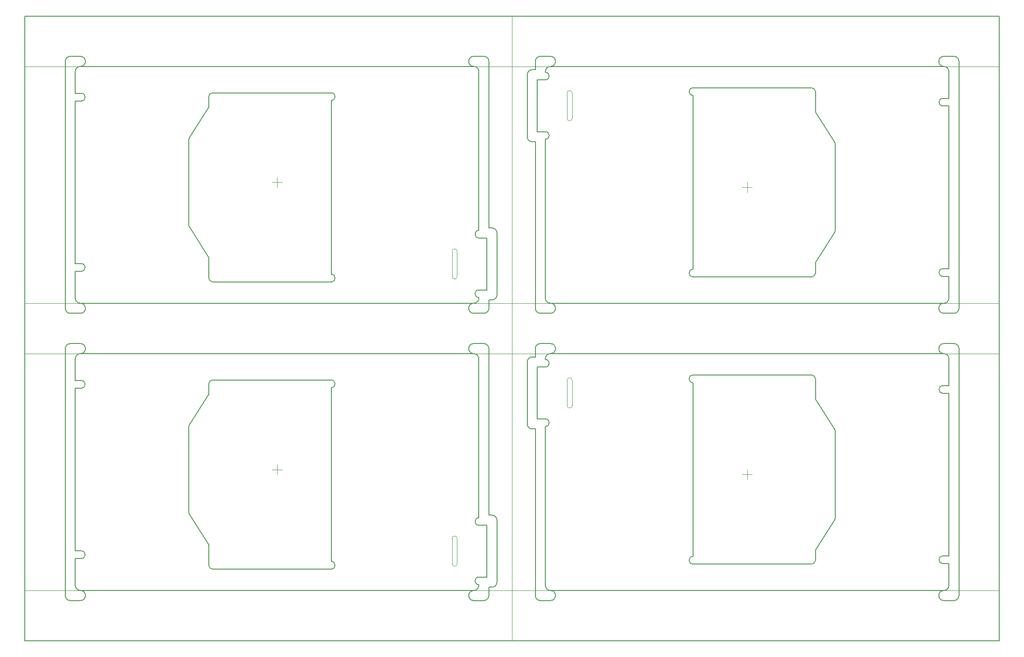
<source format=gm1>
%FSLAX44Y44*%
%MOMM*%
G71*
G01*
G75*
G04 Layer_Color=16711935*
%ADD10C,1.0000*%
%ADD11R,1.0000X1.0000*%
%ADD12C,0.2540*%
%ADD13C,0.3810*%
%ADD14C,0.2032*%
%ADD15R,0.4000X0.6000*%
%ADD16R,1.5240X1.5240*%
%ADD17C,2.2000*%
%ADD18R,0.6000X0.4000*%
%ADD19C,0.6000*%
%ADD20C,0.3800*%
%ADD21R,1.9000X1.8000*%
%ADD22R,1.9000X1.9000*%
%ADD23R,1.3500X0.4000*%
%ADD24R,0.6000X1.1000*%
%ADD25R,0.8000X1.6000*%
%ADD26R,0.2800X0.8250*%
%ADD27R,0.8250X0.2800*%
%ADD28R,1.6500X1.1500*%
%ADD29R,1.1500X1.6500*%
%ADD30R,0.7620X0.7620*%
%ADD31R,0.7620X0.7620*%
%ADD32R,1.3000X1.1000*%
%ADD33R,1.1000X0.6000*%
%ADD34R,0.9144X0.8128*%
%ADD35R,0.9500X1.4000*%
%ADD36R,1.4000X0.9500*%
%ADD37R,1.4000X1.0000*%
%ADD38R,1.4000X0.7000*%
%ADD39R,0.7000X1.6000*%
%ADD40R,2.0000X2.0000*%
%ADD41R,1.3000X0.5000*%
%ADD42R,1.0000X2.7000*%
%ADD43R,2.4500X2.4500*%
%ADD44R,0.7000X0.2500*%
%ADD45R,0.2500X0.7000*%
%ADD46R,0.8128X0.9144*%
%ADD47R,1.1000X1.0000*%
%ADD48R,1.1000X1.4000*%
%ADD49P,2.1213X4X360.0*%
%ADD50R,1.8000X1.0000*%
%ADD51R,1.0000X2.5000*%
%ADD52R,1.4000X2.2000*%
%ADD53R,3.5100X0.4000*%
%ADD54R,0.4000X1.0000*%
%ADD55R,2.0000X2.0000*%
%ADD56C,1.5000*%
%ADD57C,0.2000*%
%ADD58C,0.1500*%
%ADD59C,0.3000*%
%ADD60C,0.1000*%
%ADD61C,0.2500*%
%ADD62C,0.5000*%
%ADD63C,0.4000*%
%ADD64C,0.3500*%
%ADD65R,6.8000X0.9000*%
%ADD66R,8.7000X0.9000*%
%ADD67R,5.1000X0.9000*%
%ADD68R,2.2250X1.6750*%
%ADD69R,1.6500X1.1500*%
%ADD70R,0.8250X0.2800*%
%ADD71R,0.7620X0.7620*%
%ADD72R,1.4000X1.0000*%
%ADD73R,1.4000X0.7000*%
%ADD74R,1.0000X1.0000*%
%ADD75C,0.5000*%
%ADD76C,2.0000*%
%ADD77C,0.8000*%
%ADD78C,0.4000*%
%ADD79C,0.4500*%
%ADD80C,0.6000*%
%ADD81C,1.0000*%
%ADD82R,8.7000X0.8750*%
%ADD83C,1.0160*%
%ADD84C,5.0160*%
%ADD85C,1.0000*%
%ADD86C,2.8000*%
%ADD87C,1.4000*%
%ADD88C,0.6500*%
%ADD89C,0.1524*%
%ADD90C,0.0500*%
%ADD91C,0.1520*%
%ADD92C,1.2032*%
%ADD93R,2.0000X2.0000*%
%ADD94R,0.6032X0.8032*%
%ADD95R,1.7272X1.7272*%
%ADD96C,2.4032*%
%ADD97R,0.8032X0.6032*%
%ADD98C,0.8032*%
%ADD99C,0.5832*%
%ADD100R,2.1032X2.0032*%
%ADD101R,2.1032X2.1032*%
%ADD102R,1.5532X0.6032*%
%ADD103R,0.8032X1.3032*%
%ADD104R,1.0032X1.8032*%
%ADD105R,0.4832X1.0282*%
%ADD106R,1.0282X0.4832*%
%ADD107R,1.8532X1.3532*%
%ADD108R,1.3532X1.8532*%
%ADD109R,0.9652X0.9652*%
%ADD110R,0.9652X0.9652*%
%ADD111R,1.5032X1.3032*%
%ADD112R,1.3032X0.8032*%
%ADD113R,1.1176X1.0160*%
%ADD114R,1.1532X1.6032*%
%ADD115R,1.6032X1.1532*%
%ADD116R,1.6032X1.2032*%
%ADD117R,1.6032X0.9032*%
%ADD118R,0.9032X1.8032*%
%ADD119R,2.2032X2.2032*%
%ADD120R,1.5032X0.7032*%
%ADD121R,1.2032X2.9032*%
%ADD122R,2.6532X2.6532*%
%ADD123R,0.9032X0.4532*%
%ADD124R,0.4532X0.9032*%
%ADD125R,1.0160X1.1176*%
%ADD126R,1.3032X1.2032*%
%ADD127R,1.3032X1.6032*%
%ADD128P,2.4087X4X360.0*%
%ADD129R,2.0032X1.2032*%
%ADD130R,1.2032X2.7032*%
%ADD131R,1.6032X2.4032*%
%ADD132R,3.7132X0.6032*%
%ADD133R,0.6032X1.2032*%
%ADD134R,2.2032X2.2032*%
%ADD135R,1.8532X1.3532*%
%ADD136R,1.0282X0.4832*%
%ADD137R,0.9652X0.9652*%
%ADD138R,1.6032X1.2032*%
%ADD139R,1.6032X0.9032*%
%ADD140R,1.2032X1.2032*%
%ADD141C,0.7032*%
%ADD142C,2.2032*%
%ADD143C,1.0032*%
%ADD144C,0.6032*%
%ADD145C,0.6532*%
D57*
X1842000Y650000D02*
G03*
X1852000Y660000I0J10000D01*
G01*
Y1150000D02*
G03*
X1842000Y1160000I-10000J0D01*
G01*
X1022000D02*
G03*
X1012000Y1150000I0J-10000D01*
G01*
Y660000D02*
G03*
X1022000Y650000I10000J0D01*
G01*
X996000Y1000500D02*
G03*
X1006000Y990500I10000J0D01*
G01*
Y1133500D02*
G03*
X996000Y1123500I0J-10000D01*
G01*
X1842000Y80000D02*
G03*
X1852000Y90000I0J10000D01*
G01*
Y580000D02*
G03*
X1842000Y590000I-10000J0D01*
G01*
X1022000D02*
G03*
X1012000Y580000I0J-10000D01*
G01*
Y90000D02*
G03*
X1022000Y80000I10000J0D01*
G01*
X996000Y430500D02*
G03*
X1006000Y420500I10000J0D01*
G01*
Y563500D02*
G03*
X996000Y553500I0J-10000D01*
G01*
X90000Y1160000D02*
G03*
X80000Y1150000I0J-10000D01*
G01*
Y660000D02*
G03*
X90000Y650000I10000J0D01*
G01*
X910000D02*
G03*
X920000Y660000I0J10000D01*
G01*
Y1150000D02*
G03*
X910000Y1160000I-10000J0D01*
G01*
X936000Y809500D02*
G03*
X926000Y819500I-10000J0D01*
G01*
Y676500D02*
G03*
X936000Y686500I0J10000D01*
G01*
X926000Y106500D02*
G03*
X936000Y116500I0J10000D01*
G01*
Y239500D02*
G03*
X926000Y249500I-10000J0D01*
G01*
X920000Y580000D02*
G03*
X910000Y590000I-10000J0D01*
G01*
Y80000D02*
G03*
X920000Y90000I0J10000D01*
G01*
X80000D02*
G03*
X90000Y80000I10000J0D01*
G01*
Y590000D02*
G03*
X80000Y580000I0J-10000D01*
G01*
X1822000Y100000D02*
G03*
X1822000Y80000I0J-10000D01*
G01*
Y590000D02*
G03*
X1822000Y570000I0J-10000D01*
G01*
X1042000D02*
G03*
X1042000Y590000I0J10000D01*
G01*
Y80000D02*
G03*
X1042000Y100000I0J10000D01*
G01*
Y650000D02*
G03*
X1042000Y670000I0J10000D01*
G01*
Y1140000D02*
G03*
X1042000Y1160000I0J10000D01*
G01*
X1822000D02*
G03*
X1822000Y1140000I0J-10000D01*
G01*
Y670000D02*
G03*
X1822000Y650000I0J-10000D01*
G01*
X890000Y1160000D02*
G03*
X890000Y1140000I0J-10000D01*
G01*
Y670000D02*
G03*
X890000Y650000I0J-10000D01*
G01*
X110000D02*
G03*
X110000Y670000I0J10000D01*
G01*
Y1140000D02*
G03*
X110000Y1160000I0J10000D01*
G01*
X890000Y590000D02*
G03*
X890000Y570000I0J-10000D01*
G01*
Y100000D02*
G03*
X890000Y80000I0J-10000D01*
G01*
X110000D02*
G03*
X110000Y100000I0J10000D01*
G01*
Y570000D02*
G03*
X110000Y590000I0J10000D01*
G01*
X1852000Y660000D02*
Y1150000D01*
X1012000Y660000D02*
Y990500D01*
X1006000D02*
X1012000D01*
X996000Y1000500D02*
Y1123500D01*
X1006000Y1133500D02*
X1012000D01*
Y1150000D01*
X1852000Y90000D02*
Y580000D01*
X1012000Y90000D02*
Y420500D01*
X1006000D02*
X1012000D01*
X996000Y430500D02*
Y553500D01*
X1006000Y563500D02*
X1012000D01*
Y580000D01*
X80000Y660000D02*
Y1150000D01*
X920000Y819500D02*
Y1150000D01*
Y819500D02*
X926000D01*
X936000Y686500D02*
Y809500D01*
X920000Y676500D02*
X926000D01*
X920000Y660000D02*
Y676500D01*
Y90000D02*
Y106500D01*
X926000D01*
X936000Y116500D02*
Y239500D01*
X920000Y249500D02*
X926000D01*
X920000D02*
Y580000D01*
X80000Y90000D02*
Y580000D01*
X0Y0D02*
X1932000D01*
Y1240000D01*
X0D02*
X1932000D01*
X0Y0D02*
Y1240000D01*
X1822000Y80000D02*
X1842000D01*
X1822000Y590000D02*
X1842000D01*
X1022000D02*
X1042000D01*
X1022000Y80000D02*
X1042000D01*
X1022000Y650000D02*
X1042000D01*
X1022000Y1160000D02*
X1042000D01*
X1822000D02*
X1842000D01*
X1822000Y650000D02*
X1842000D01*
X890000Y1160000D02*
X910000D01*
X890000Y650000D02*
X910000D01*
X90000D02*
X110000D01*
X90000Y1160000D02*
X110000D01*
X890000Y590000D02*
X910000D01*
X890000Y80000D02*
X910000D01*
X90000D02*
X110000D01*
X90000Y590000D02*
X110000D01*
X1324500Y737500D02*
G03*
X1324500Y722500I0J-7500D01*
G01*
Y1097500D02*
G03*
X1324500Y1082500I0J-7500D01*
G01*
X1032000Y1113500D02*
G03*
X1032000Y1128500I0J7500D01*
G01*
Y995500D02*
G03*
X1032000Y1010500I0J7500D01*
G01*
X1820000Y738500D02*
G03*
X1820000Y723500I0J-7500D01*
G01*
Y1076500D02*
G03*
X1820000Y1061500I0J-7500D01*
G01*
X1605825Y810970D02*
G03*
X1607000Y815000I-6325J4030D01*
G01*
X1560000Y722500D02*
G03*
X1567500Y730000I0J7500D01*
G01*
X1567500Y1090000D02*
G03*
X1560000Y1097500I-7500J-0D01*
G01*
X1607000Y985000D02*
G03*
X1605825Y989030I-7500J0D01*
G01*
X1032000Y680000D02*
G03*
X1042000Y670000I10000J0D01*
G01*
Y1140000D02*
G03*
X1032000Y1130000I0J-10000D01*
G01*
X1822000Y670000D02*
G03*
X1832000Y680000I0J10000D01*
G01*
Y1130000D02*
G03*
X1822000Y1140000I-10000J0D01*
G01*
X1607000Y985000D02*
Y815000D01*
X1605825Y989030D02*
X1567500Y1049189D01*
Y1090000D02*
Y1049189D01*
X1560000Y1097500D02*
X1324500D01*
Y1082500D02*
Y737500D01*
X1560000Y722500D02*
X1324500D01*
X1567500Y750811D02*
Y730000D01*
X1605825Y810970D02*
X1567500Y750811D01*
X1032000Y1130000D02*
Y1128500D01*
Y1113500D02*
X1016000D01*
Y1010500D01*
X1032000D02*
X1016000D01*
X1032000Y995500D02*
Y680000D01*
X1822000Y670000D02*
X1042000D01*
X1832000Y723500D02*
Y680000D01*
Y723500D02*
X1820000D01*
X1832000Y738500D02*
X1820000D01*
X1832000Y1061500D02*
Y738500D01*
Y1061500D02*
X1820000D01*
X1832000Y1076500D02*
X1820000D01*
X1832000Y1130000D02*
Y1076500D01*
X1822000Y1140000D02*
X1042000D01*
X1324500Y167500D02*
G03*
X1324500Y152500I0J-7500D01*
G01*
Y527500D02*
G03*
X1324500Y512500I0J-7500D01*
G01*
X1032000Y543500D02*
G03*
X1032000Y558500I0J7500D01*
G01*
Y425500D02*
G03*
X1032000Y440500I0J7500D01*
G01*
X1820000Y168500D02*
G03*
X1820000Y153500I0J-7500D01*
G01*
Y506500D02*
G03*
X1820000Y491500I0J-7500D01*
G01*
X1605825Y240970D02*
G03*
X1607000Y245000I-6325J4030D01*
G01*
X1560000Y152500D02*
G03*
X1567500Y160000I0J7500D01*
G01*
X1567500Y520000D02*
G03*
X1560000Y527500I-7500J-0D01*
G01*
X1607000Y415000D02*
G03*
X1605825Y419030I-7500J0D01*
G01*
X1032000Y110000D02*
G03*
X1042000Y100000I10000J0D01*
G01*
Y570000D02*
G03*
X1032000Y560000I0J-10000D01*
G01*
X1822000Y100000D02*
G03*
X1832000Y110000I0J10000D01*
G01*
Y560000D02*
G03*
X1822000Y570000I-10000J0D01*
G01*
X1607000Y415000D02*
Y245000D01*
X1605825Y419030D02*
X1567500Y479189D01*
Y520000D02*
Y479189D01*
X1560000Y527500D02*
X1324500D01*
Y512500D02*
Y167500D01*
X1560000Y152500D02*
X1324500D01*
X1567500Y180811D02*
Y160000D01*
X1605825Y240970D02*
X1567500Y180811D01*
X1032000Y560000D02*
Y558500D01*
Y543500D02*
X1016000D01*
Y440500D01*
X1032000D02*
X1016000D01*
X1032000Y425500D02*
Y110000D01*
X1822000Y100000D02*
X1042000D01*
X1832000Y153500D02*
Y110000D01*
Y153500D02*
X1820000D01*
X1832000Y168500D02*
X1820000D01*
X1832000Y491500D02*
Y168500D01*
Y491500D02*
X1820000D01*
X1832000Y506500D02*
X1820000D01*
X1832000Y560000D02*
Y506500D01*
X1822000Y570000D02*
X1042000D01*
X607500Y502500D02*
G03*
X607500Y517500I0J7500D01*
G01*
Y142500D02*
G03*
X607500Y157500I0J7500D01*
G01*
X900000Y126500D02*
G03*
X900000Y111500I0J-7500D01*
G01*
Y244500D02*
G03*
X900000Y229500I0J-7500D01*
G01*
X112000Y501500D02*
G03*
X112000Y516500I0J7500D01*
G01*
Y163500D02*
G03*
X112000Y178500I0J7500D01*
G01*
X326175Y429030D02*
G03*
X325000Y425000I6325J-4030D01*
G01*
X372000Y517500D02*
G03*
X364500Y510000I0J-7500D01*
G01*
X364500Y150000D02*
G03*
X372000Y142500I7500J0D01*
G01*
X325000Y255000D02*
G03*
X326175Y250970I7500J0D01*
G01*
X900000Y560000D02*
G03*
X890000Y570000I-10000J0D01*
G01*
Y100000D02*
G03*
X900000Y110000I0J10000D01*
G01*
X110000Y570000D02*
G03*
X100000Y560000I0J-10000D01*
G01*
Y110000D02*
G03*
X110000Y100000I10000J0D01*
G01*
X325000Y255000D02*
Y425000D01*
X326175Y250970D02*
X364500Y190811D01*
Y150000D02*
Y190811D01*
X372000Y142500D02*
X607500D01*
Y157500D02*
Y502500D01*
X372000Y517500D02*
X607500D01*
X364500Y489189D02*
Y510000D01*
X326175Y429030D02*
X364500Y489189D01*
X900000Y110000D02*
Y111500D01*
Y126500D02*
X916000D01*
Y229500D01*
X900000D02*
X916000D01*
X900000Y244500D02*
Y560000D01*
X110000Y570000D02*
X890000D01*
X100000Y516500D02*
Y560000D01*
Y516500D02*
X112000D01*
X100000Y501500D02*
X112000D01*
X100000Y178500D02*
Y501500D01*
Y178500D02*
X112000D01*
X100000Y163500D02*
X112000D01*
X100000Y110000D02*
Y163500D01*
X110000Y100000D02*
X890000D01*
X607500Y1072500D02*
G03*
X607500Y1087500I0J7500D01*
G01*
Y712500D02*
G03*
X607500Y727500I0J7500D01*
G01*
X900000Y696500D02*
G03*
X900000Y681500I0J-7500D01*
G01*
Y814500D02*
G03*
X900000Y799500I0J-7500D01*
G01*
X112000Y1071500D02*
G03*
X112000Y1086500I0J7500D01*
G01*
Y733500D02*
G03*
X112000Y748500I0J7500D01*
G01*
X326175Y999030D02*
G03*
X325000Y995000I6325J-4030D01*
G01*
X372000Y1087500D02*
G03*
X364500Y1080000I0J-7500D01*
G01*
X364500Y720000D02*
G03*
X372000Y712500I7500J0D01*
G01*
X325000Y825000D02*
G03*
X326175Y820970I7500J0D01*
G01*
X900000Y1130000D02*
G03*
X890000Y1140000I-10000J0D01*
G01*
Y670000D02*
G03*
X900000Y680000I0J10000D01*
G01*
X110000Y1140000D02*
G03*
X100000Y1130000I0J-10000D01*
G01*
Y680000D02*
G03*
X110000Y670000I10000J0D01*
G01*
X325000Y825000D02*
Y995000D01*
X326175Y820970D02*
X364500Y760811D01*
Y720000D02*
Y760811D01*
X372000Y712500D02*
X607500D01*
Y727500D02*
Y1072500D01*
X372000Y1087500D02*
X607500D01*
X364500Y1059189D02*
Y1080000D01*
X326175Y999030D02*
X364500Y1059189D01*
X900000Y680000D02*
Y681500D01*
Y696500D02*
X916000D01*
Y799500D01*
X900000D02*
X916000D01*
X900000Y814500D02*
Y1130000D01*
X110000Y1140000D02*
X890000D01*
X100000Y1086500D02*
Y1130000D01*
Y1086500D02*
X112000D01*
X100000Y1071500D02*
X112000D01*
X100000Y748500D02*
Y1071500D01*
Y748500D02*
X112000D01*
X100000Y733500D02*
X112000D01*
X100000Y680000D02*
Y733500D01*
X110000Y670000D02*
X890000D01*
D60*
X1085000Y1087000D02*
G03*
X1075000Y1087000I-5000J0D01*
G01*
Y1037000D02*
G03*
X1085000Y1037000I5000J0D01*
G01*
Y1087000D02*
Y1037000D01*
X1075000Y1087000D02*
Y1037000D01*
X1442000Y900000D02*
X1432000D01*
Y890000D01*
Y900000D02*
X1422000D01*
X1432000Y910000D02*
Y900000D01*
X1085000Y517000D02*
G03*
X1075000Y517000I-5000J0D01*
G01*
Y467000D02*
G03*
X1085000Y467000I5000J0D01*
G01*
Y517000D02*
Y467000D01*
X1075000Y517000D02*
Y467000D01*
X1442000Y330000D02*
X1432000D01*
Y320000D01*
Y330000D02*
X1422000D01*
X1432000Y340000D02*
Y330000D01*
X847000Y153000D02*
G03*
X857000Y153000I5000J0D01*
G01*
Y203000D02*
G03*
X847000Y203000I-5000J0D01*
G01*
Y153000D02*
Y203000D01*
X857000Y153000D02*
Y203000D01*
X490000Y340000D02*
X500000D01*
Y350000D01*
Y340000D02*
X510000D01*
X500000Y330000D02*
Y340000D01*
X847000Y723000D02*
G03*
X857000Y723000I5000J0D01*
G01*
Y773000D02*
G03*
X847000Y773000I-5000J0D01*
G01*
Y723000D02*
Y773000D01*
X857000Y723000D02*
Y773000D01*
X490000Y910000D02*
X500000D01*
Y920000D01*
Y910000D02*
X510000D01*
X500000Y900000D02*
Y910000D01*
D90*
X966000Y0D02*
Y1240000D01*
X0Y1140000D02*
X1932000D01*
X0Y670000D02*
X1932000D01*
X0Y570000D02*
X1932000D01*
X0Y100000D02*
X1932000D01*
M02*

</source>
